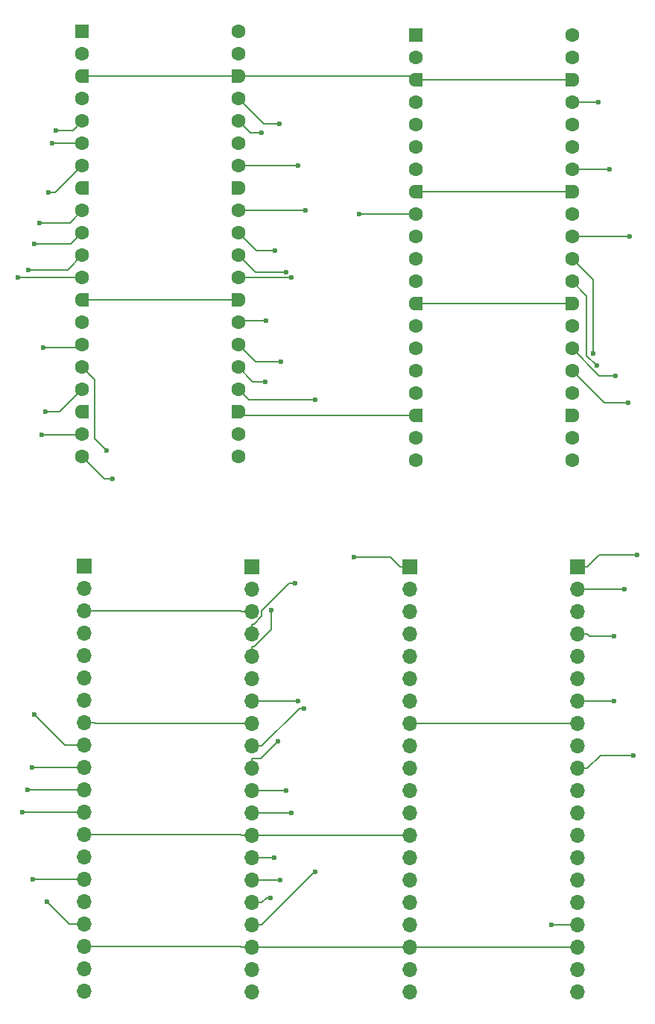
<source format=gbr>
%TF.GenerationSoftware,KiCad,Pcbnew,9.0.0*%
%TF.CreationDate,2025-03-28T14:39:21-04:00*%
%TF.ProjectId,GatorGrid,4761746f-7247-4726-9964-2e6b69636164,rev?*%
%TF.SameCoordinates,Original*%
%TF.FileFunction,Copper,L2,Bot*%
%TF.FilePolarity,Positive*%
%FSLAX46Y46*%
G04 Gerber Fmt 4.6, Leading zero omitted, Abs format (unit mm)*
G04 Created by KiCad (PCBNEW 9.0.0) date 2025-03-28 14:39:21*
%MOMM*%
%LPD*%
G01*
G04 APERTURE LIST*
G04 Aperture macros list*
%AMRoundRect*
0 Rectangle with rounded corners*
0 $1 Rounding radius*
0 $2 $3 $4 $5 $6 $7 $8 $9 X,Y pos of 4 corners*
0 Add a 4 corners polygon primitive as box body*
4,1,4,$2,$3,$4,$5,$6,$7,$8,$9,$2,$3,0*
0 Add four circle primitives for the rounded corners*
1,1,$1+$1,$2,$3*
1,1,$1+$1,$4,$5*
1,1,$1+$1,$6,$7*
1,1,$1+$1,$8,$9*
0 Add four rect primitives between the rounded corners*
20,1,$1+$1,$2,$3,$4,$5,0*
20,1,$1+$1,$4,$5,$6,$7,0*
20,1,$1+$1,$6,$7,$8,$9,0*
20,1,$1+$1,$8,$9,$2,$3,0*%
%AMFreePoly0*
4,1,37,0.000000,0.796148,0.078414,0.796148,0.232228,0.765552,0.377117,0.705537,0.507515,0.618408,0.618408,0.507515,0.705537,0.377117,0.765552,0.232228,0.796148,0.078414,0.796148,-0.078414,0.765552,-0.232228,0.705537,-0.377117,0.618408,-0.507515,0.507515,-0.618408,0.377117,-0.705537,0.232228,-0.765552,0.078414,-0.796148,0.000000,-0.796148,0.000000,-0.800000,-0.600000,-0.800000,
-0.603843,-0.796157,-0.639018,-0.796157,-0.711114,-0.766294,-0.766294,-0.711114,-0.796157,-0.639018,-0.796157,-0.603843,-0.800000,-0.600000,-0.800000,0.600000,-0.796157,0.603843,-0.796157,0.639018,-0.766294,0.711114,-0.711114,0.766294,-0.639018,0.796157,-0.603843,0.796157,-0.600000,0.800000,0.000000,0.800000,0.000000,0.796148,0.000000,0.796148,$1*%
%AMFreePoly1*
4,1,37,0.603843,0.796157,0.639018,0.796157,0.711114,0.766294,0.766294,0.711114,0.796157,0.639018,0.796157,0.603843,0.800000,0.600000,0.800000,-0.600000,0.796157,-0.603843,0.796157,-0.639018,0.766294,-0.711114,0.711114,-0.766294,0.639018,-0.796157,0.603843,-0.796157,0.600000,-0.800000,0.000000,-0.800000,0.000000,-0.796148,-0.078414,-0.796148,-0.232228,-0.765552,-0.377117,-0.705537,
-0.507515,-0.618408,-0.618408,-0.507515,-0.705537,-0.377117,-0.765552,-0.232228,-0.796148,-0.078414,-0.796148,0.078414,-0.765552,0.232228,-0.705537,0.377117,-0.618408,0.507515,-0.507515,0.618408,-0.377117,0.705537,-0.232228,0.765552,-0.078414,0.796148,0.000000,0.796148,0.000000,0.800000,0.600000,0.800000,0.603843,0.796157,0.603843,0.796157,$1*%
G04 Aperture macros list end*
%TA.AperFunction,ComponentPad*%
%ADD10C,1.600000*%
%TD*%
%TA.AperFunction,ComponentPad*%
%ADD11FreePoly0,0.000000*%
%TD*%
%TA.AperFunction,ComponentPad*%
%ADD12FreePoly1,0.000000*%
%TD*%
%TA.AperFunction,ComponentPad*%
%ADD13RoundRect,0.200000X-0.600000X-0.600000X0.600000X-0.600000X0.600000X0.600000X-0.600000X0.600000X0*%
%TD*%
%TA.AperFunction,ComponentPad*%
%ADD14R,1.700000X1.700000*%
%TD*%
%TA.AperFunction,ComponentPad*%
%ADD15O,1.700000X1.700000*%
%TD*%
%TA.AperFunction,ViaPad*%
%ADD16C,0.600000*%
%TD*%
%TA.AperFunction,Conductor*%
%ADD17C,0.200000*%
%TD*%
G04 APERTURE END LIST*
D10*
%TO.P,U1,40,VBUS*%
%TO.N,AVBUS*%
X139000000Y-37300000D03*
%TO.P,U1,39,VSYS*%
%TO.N,AVSYS*%
X139000000Y-39840000D03*
D11*
%TO.P,U1,38,GND*%
%TO.N,GND*%
X139000000Y-42380000D03*
D10*
%TO.P,U1,37,3V3_EN*%
%TO.N,A3V3_EN*%
X139000000Y-44920000D03*
%TO.P,U1,36,3V3_OUT*%
%TO.N,A3V3(OUT)*%
X139000000Y-47460000D03*
%TO.P,U1,35,ADC_VREF*%
%TO.N,AADC_VREF*%
X139000000Y-50000000D03*
%TO.P,U1,34,ADC2_GP28*%
%TO.N,AGP28*%
X139000000Y-52540000D03*
D11*
%TO.P,U1,33,AGND*%
%TO.N,GND*%
X139000000Y-55080000D03*
D10*
%TO.P,U1,32,I2C1_SCL/ADC1/GP27*%
%TO.N,AGP27*%
X139000000Y-57620000D03*
%TO.P,U1,31,I2C1_SDA/ADC0/GP26*%
%TO.N,AGP26*%
X139000000Y-60160000D03*
%TO.P,U1,30,~{RUN}*%
%TO.N,ARUN*%
X139000000Y-62700000D03*
%TO.P,U1,29,GP22*%
%TO.N,AGP22*%
X139000000Y-65240000D03*
D11*
%TO.P,U1,28,GND*%
%TO.N,GND*%
X139000000Y-67780000D03*
D10*
%TO.P,U1,27,12C0_SCL/GP21*%
%TO.N,AGP21*%
X139000000Y-70320000D03*
%TO.P,U1,26,I2C0_SDA/GP20*%
%TO.N,AGP20*%
X139000000Y-72860000D03*
%TO.P,U1,25,I2C1_SCL/SPI0_TX/GP19*%
%TO.N,AGP19*%
X139000000Y-75400000D03*
%TO.P,U1,24,I2C1_SDA/SPI0_SCK/GP18*%
%TO.N,AGP18*%
X139000000Y-77940000D03*
D11*
%TO.P,U1,23,GND*%
%TO.N,GND*%
X139000000Y-80480000D03*
D10*
%TO.P,U1,22,UART0_RX/I2C0_SCL/SPI0_CSN/GP17*%
%TO.N,AGP17*%
X139000000Y-83020000D03*
%TO.P,U1,21,UART0_TX/I2C0_SDA/SPI0_RX/GP16*%
%TO.N,AGP16*%
X139000000Y-85560000D03*
%TO.P,U1,20,I2C1_SCL/SPI1_TX/GP15*%
%TO.N,AGP15*%
X121220000Y-85560000D03*
%TO.P,U1,19,I2C1_SDA/SPI1_SCK/GP14*%
%TO.N,AGP14*%
X121220000Y-83020000D03*
D12*
%TO.P,U1,18,GND*%
%TO.N,GND*%
X121220000Y-80480000D03*
D10*
%TO.P,U1,17,UART0_RX/I2C0_SCL/SPI1_CSN/GP13*%
%TO.N,AGP13*%
X121220000Y-77940000D03*
%TO.P,U1,16,UART0_TX/I2C0_SDA/SPI1_RX/GP12*%
%TO.N,AGP12*%
X121220000Y-75400000D03*
%TO.P,U1,15,I2C1_SCL/SPI1_TX/GP11*%
%TO.N,AGP11*%
X121220000Y-72860000D03*
%TO.P,U1,14,I2C1_SDA/SPI1_SCK/GP10*%
%TO.N,AGP10*%
X121220000Y-70320000D03*
D12*
%TO.P,U1,13,GND*%
%TO.N,GND*%
X121220000Y-67780000D03*
D10*
%TO.P,U1,12,UART1_RX/I2C0_SCL/SPI1_CSN/GP9*%
%TO.N,AGP9*%
X121220000Y-65240000D03*
%TO.P,U1,11,UART1_TX/I2C0_SDA/SPI1_RX/GP8*%
%TO.N,AGP8*%
X121220000Y-62700000D03*
%TO.P,U1,10,I2C1_SCL/SPI0_TX/GP7*%
%TO.N,AGP7*%
X121220000Y-60160000D03*
%TO.P,U1,9,I2C1_SDA/SPI0_SCK/GP6*%
%TO.N,AGP6*%
X121220000Y-57620000D03*
D12*
%TO.P,U1,8,GND*%
%TO.N,GND*%
X121220000Y-55080000D03*
D10*
%TO.P,U1,7,UART1_RX/I2C0_SCL/SPI0_CSN/GP5*%
%TO.N,AGP5*%
X121220000Y-52540000D03*
%TO.P,U1,6,UART1_TX/I2C0_SDA/SPI0_RX/GP4*%
%TO.N,AGP4*%
X121220000Y-50000000D03*
%TO.P,U1,5,I2C1_SCL/SPI0_TX/GP3*%
%TO.N,AGP3*%
X121220000Y-47460000D03*
%TO.P,U1,4,I2C1_SDA/SPI0_SCK/GP2*%
%TO.N,AGP2*%
X121220000Y-44920000D03*
D12*
%TO.P,U1,3,GND*%
%TO.N,GND*%
X121220000Y-42380000D03*
D10*
%TO.P,U1,2,UART0_RX/I2C0_SCL/SPI0_CSN/GP1*%
%TO.N,AGP1*%
X121220000Y-39840000D03*
D13*
%TO.P,U1,1,UART0_TX/I2C0_SDA/SPI0_RX/GP0*%
%TO.N,AGP0*%
X121220000Y-37300000D03*
%TD*%
D14*
%TO.P,J4,1,Pin_1*%
%TO.N,AGP0*%
X121500000Y-97980000D03*
D15*
%TO.P,J4,2,Pin_2*%
%TO.N,AGP1*%
X121500000Y-100520000D03*
%TO.P,J4,3,Pin_3*%
%TO.N,GND*%
X121500000Y-103060000D03*
%TO.P,J4,4,Pin_4*%
%TO.N,AGP2*%
X121500000Y-105600000D03*
%TO.P,J4,5,Pin_5*%
%TO.N,AGP3*%
X121500000Y-108140000D03*
%TO.P,J4,6,Pin_6*%
%TO.N,AGP4*%
X121500000Y-110680000D03*
%TO.P,J4,7,Pin_7*%
%TO.N,AGP5*%
X121500000Y-113220000D03*
%TO.P,J4,8,Pin_8*%
%TO.N,GND*%
X121500000Y-115760000D03*
%TO.P,J4,9,Pin_9*%
%TO.N,AGP6*%
X121500000Y-118300000D03*
%TO.P,J4,10,Pin_10*%
%TO.N,AGP7*%
X121500000Y-120840000D03*
%TO.P,J4,11,Pin_11*%
%TO.N,AGP8*%
X121500000Y-123380000D03*
%TO.P,J4,12,Pin_12*%
%TO.N,AGP9*%
X121500000Y-125920000D03*
%TO.P,J4,13,Pin_13*%
%TO.N,GND*%
X121500000Y-128460000D03*
%TO.P,J4,14,Pin_14*%
%TO.N,AGP10*%
X121500000Y-131000000D03*
%TO.P,J4,15,Pin_15*%
%TO.N,AGP11*%
X121500000Y-133540000D03*
%TO.P,J4,16,Pin_16*%
%TO.N,AGP12*%
X121500000Y-136080000D03*
%TO.P,J4,17,Pin_17*%
%TO.N,AGP13*%
X121500000Y-138620000D03*
%TO.P,J4,18,Pin_18*%
%TO.N,GND*%
X121500000Y-141160000D03*
%TO.P,J4,19,Pin_19*%
%TO.N,AGP14*%
X121500000Y-143700000D03*
%TO.P,J4,20,Pin_20*%
%TO.N,AGP15*%
X121500000Y-146240000D03*
%TD*%
D14*
%TO.P,J7,1,Pin_1*%
%TO.N,AVBUS*%
X140500000Y-98100000D03*
D15*
%TO.P,J7,2,Pin_2*%
%TO.N,AVSYS*%
X140500000Y-100640000D03*
%TO.P,J7,3,Pin_3*%
%TO.N,GND*%
X140500000Y-103180000D03*
%TO.P,J7,4,Pin_4*%
%TO.N,A3V3_EN*%
X140500000Y-105720000D03*
%TO.P,J7,5,Pin_5*%
%TO.N,A3V3(OUT)*%
X140500000Y-108260000D03*
%TO.P,J7,6,Pin_6*%
%TO.N,AADC_VREF*%
X140500000Y-110800000D03*
%TO.P,J7,7,Pin_7*%
%TO.N,AGP28*%
X140500000Y-113340000D03*
%TO.P,J7,8,Pin_8*%
%TO.N,GND*%
X140500000Y-115880000D03*
%TO.P,J7,9,Pin_9*%
%TO.N,AGP27*%
X140500000Y-118420000D03*
%TO.P,J7,10,Pin_10*%
%TO.N,AGP26*%
X140500000Y-120960000D03*
%TO.P,J7,11,Pin_11*%
%TO.N,ARUN*%
X140500000Y-123500000D03*
%TO.P,J7,12,Pin_12*%
%TO.N,AGP22*%
X140500000Y-126040000D03*
%TO.P,J7,13,Pin_13*%
%TO.N,GND*%
X140500000Y-128580000D03*
%TO.P,J7,14,Pin_14*%
%TO.N,AGP21*%
X140500000Y-131120000D03*
%TO.P,J7,15,Pin_15*%
%TO.N,AGP20*%
X140500000Y-133660000D03*
%TO.P,J7,16,Pin_16*%
%TO.N,AGP19*%
X140500000Y-136200000D03*
%TO.P,J7,17,Pin_17*%
%TO.N,AGP18*%
X140500000Y-138740000D03*
%TO.P,J7,18,Pin_18*%
%TO.N,GND*%
X140500000Y-141280000D03*
%TO.P,J7,19,Pin_19*%
%TO.N,AGP17*%
X140500000Y-143820000D03*
%TO.P,J7,20,Pin_20*%
%TO.N,AGP16*%
X140500000Y-146360000D03*
%TD*%
D14*
%TO.P,J8,1,Pin_1*%
%TO.N,BVBUS*%
X177500000Y-98100000D03*
D15*
%TO.P,J8,2,Pin_2*%
%TO.N,BVSYS*%
X177500000Y-100640000D03*
%TO.P,J8,3,Pin_3*%
%TO.N,GND*%
X177500000Y-103180000D03*
%TO.P,J8,4,Pin_4*%
%TO.N,B3V3_EN*%
X177500000Y-105720000D03*
%TO.P,J8,5,Pin_5*%
%TO.N,B3V3(OUT)*%
X177500000Y-108260000D03*
%TO.P,J8,6,Pin_6*%
%TO.N,BADC_VREF*%
X177500000Y-110800000D03*
%TO.P,J8,7,Pin_7*%
%TO.N,BGP28*%
X177500000Y-113340000D03*
%TO.P,J8,8,Pin_8*%
%TO.N,GND*%
X177500000Y-115880000D03*
%TO.P,J8,9,Pin_9*%
%TO.N,BGP27*%
X177500000Y-118420000D03*
%TO.P,J8,10,Pin_10*%
%TO.N,BGP26*%
X177500000Y-120960000D03*
%TO.P,J8,11,Pin_11*%
%TO.N,BRUN*%
X177500000Y-123500000D03*
%TO.P,J8,12,Pin_12*%
%TO.N,BGP22*%
X177500000Y-126040000D03*
%TO.P,J8,13,Pin_13*%
%TO.N,GND*%
X177500000Y-128580000D03*
%TO.P,J8,14,Pin_14*%
%TO.N,BGP21*%
X177500000Y-131120000D03*
%TO.P,J8,15,Pin_15*%
%TO.N,BGP20*%
X177500000Y-133660000D03*
%TO.P,J8,16,Pin_16*%
%TO.N,BGP19*%
X177500000Y-136200000D03*
%TO.P,J8,17,Pin_17*%
%TO.N,BGP18*%
X177500000Y-138740000D03*
%TO.P,J8,18,Pin_18*%
%TO.N,GND*%
X177500000Y-141280000D03*
%TO.P,J8,19,Pin_19*%
%TO.N,BGP17*%
X177500000Y-143820000D03*
%TO.P,J8,20,Pin_20*%
%TO.N,BGP16*%
X177500000Y-146360000D03*
%TD*%
D14*
%TO.P,J6,1,Pin_1*%
%TO.N,BGP0*%
X158500000Y-98100000D03*
D15*
%TO.P,J6,2,Pin_2*%
%TO.N,BGP1*%
X158500000Y-100640000D03*
%TO.P,J6,3,Pin_3*%
%TO.N,GND*%
X158500000Y-103180000D03*
%TO.P,J6,4,Pin_4*%
%TO.N,BGP2*%
X158500000Y-105720000D03*
%TO.P,J6,5,Pin_5*%
%TO.N,BGP3*%
X158500000Y-108260000D03*
%TO.P,J6,6,Pin_6*%
%TO.N,BGP4*%
X158500000Y-110800000D03*
%TO.P,J6,7,Pin_7*%
%TO.N,BGP5*%
X158500000Y-113340000D03*
%TO.P,J6,8,Pin_8*%
%TO.N,GND*%
X158500000Y-115880000D03*
%TO.P,J6,9,Pin_9*%
%TO.N,BGP6*%
X158500000Y-118420000D03*
%TO.P,J6,10,Pin_10*%
%TO.N,BGP7*%
X158500000Y-120960000D03*
%TO.P,J6,11,Pin_11*%
%TO.N,BGP8*%
X158500000Y-123500000D03*
%TO.P,J6,12,Pin_12*%
%TO.N,BGP9*%
X158500000Y-126040000D03*
%TO.P,J6,13,Pin_13*%
%TO.N,GND*%
X158500000Y-128580000D03*
%TO.P,J6,14,Pin_14*%
%TO.N,BGP10*%
X158500000Y-131120000D03*
%TO.P,J6,15,Pin_15*%
%TO.N,BGP11*%
X158500000Y-133660000D03*
%TO.P,J6,16,Pin_16*%
%TO.N,BGP12*%
X158500000Y-136200000D03*
%TO.P,J6,17,Pin_17*%
%TO.N,BGP13*%
X158500000Y-138740000D03*
%TO.P,J6,18,Pin_18*%
%TO.N,GND*%
X158500000Y-141280000D03*
%TO.P,J6,19,Pin_19*%
%TO.N,BGP14*%
X158500000Y-143820000D03*
%TO.P,J6,20,Pin_20*%
%TO.N,BGP15*%
X158500000Y-146360000D03*
%TD*%
D13*
%TO.P,U2,1,UART0_TX/I2C0_SDA/SPI0_RX/GP0*%
%TO.N,BGP0*%
X159110000Y-37682500D03*
D10*
%TO.P,U2,2,UART0_RX/I2C0_SCL/SPI0_CSN/GP1*%
%TO.N,BGP1*%
X159110000Y-40222500D03*
D12*
%TO.P,U2,3,GND*%
%TO.N,GND*%
X159110000Y-42762500D03*
D10*
%TO.P,U2,4,I2C1_SDA/SPI0_SCK/GP2*%
%TO.N,BGP2*%
X159110000Y-45302500D03*
%TO.P,U2,5,I2C1_SCL/SPI0_TX/GP3*%
%TO.N,BGP3*%
X159110000Y-47842500D03*
%TO.P,U2,6,UART1_TX/I2C0_SDA/SPI0_RX/GP4*%
%TO.N,BGP4*%
X159110000Y-50382500D03*
%TO.P,U2,7,UART1_RX/I2C0_SCL/SPI0_CSN/GP5*%
%TO.N,BGP5*%
X159110000Y-52922500D03*
D12*
%TO.P,U2,8,GND*%
%TO.N,GND*%
X159110000Y-55462500D03*
D10*
%TO.P,U2,9,I2C1_SDA/SPI0_SCK/GP6*%
%TO.N,BGP6*%
X159110000Y-58002500D03*
%TO.P,U2,10,I2C1_SCL/SPI0_TX/GP7*%
%TO.N,BGP7*%
X159110000Y-60542500D03*
%TO.P,U2,11,UART1_TX/I2C0_SDA/SPI1_RX/GP8*%
%TO.N,BGP8*%
X159110000Y-63082500D03*
%TO.P,U2,12,UART1_RX/I2C0_SCL/SPI1_CSN/GP9*%
%TO.N,BGP9*%
X159110000Y-65622500D03*
D12*
%TO.P,U2,13,GND*%
%TO.N,GND*%
X159110000Y-68162500D03*
D10*
%TO.P,U2,14,I2C1_SDA/SPI1_SCK/GP10*%
%TO.N,BGP10*%
X159110000Y-70702500D03*
%TO.P,U2,15,I2C1_SCL/SPI1_TX/GP11*%
%TO.N,BGP11*%
X159110000Y-73242500D03*
%TO.P,U2,16,UART0_TX/I2C0_SDA/SPI1_RX/GP12*%
%TO.N,BGP12*%
X159110000Y-75782500D03*
%TO.P,U2,17,UART0_RX/I2C0_SCL/SPI1_CSN/GP13*%
%TO.N,BGP13*%
X159110000Y-78322500D03*
D12*
%TO.P,U2,18,GND*%
%TO.N,GND*%
X159110000Y-80862500D03*
D10*
%TO.P,U2,19,I2C1_SDA/SPI1_SCK/GP14*%
%TO.N,BGP14*%
X159110000Y-83402500D03*
%TO.P,U2,20,I2C1_SCL/SPI1_TX/GP15*%
%TO.N,BGP15*%
X159110000Y-85942500D03*
%TO.P,U2,21,UART0_TX/I2C0_SDA/SPI0_RX/GP16*%
%TO.N,BGP16*%
X176890000Y-85942500D03*
%TO.P,U2,22,UART0_RX/I2C0_SCL/SPI0_CSN/GP17*%
%TO.N,BGP17*%
X176890000Y-83402500D03*
D11*
%TO.P,U2,23,GND*%
%TO.N,GND*%
X176890000Y-80862500D03*
D10*
%TO.P,U2,24,I2C1_SDA/SPI0_SCK/GP18*%
%TO.N,BGP18*%
X176890000Y-78322500D03*
%TO.P,U2,25,I2C1_SCL/SPI0_TX/GP19*%
%TO.N,BGP19*%
X176890000Y-75782500D03*
%TO.P,U2,26,I2C0_SDA/GP20*%
%TO.N,BGP20*%
X176890000Y-73242500D03*
%TO.P,U2,27,12C0_SCL/GP21*%
%TO.N,BGP21*%
X176890000Y-70702500D03*
D11*
%TO.P,U2,28,GND*%
%TO.N,GND*%
X176890000Y-68162500D03*
D10*
%TO.P,U2,29,GP22*%
%TO.N,BGP22*%
X176890000Y-65622500D03*
%TO.P,U2,30,~{RUN}*%
%TO.N,BRUN*%
X176890000Y-63082500D03*
%TO.P,U2,31,I2C1_SDA/ADC0/GP26*%
%TO.N,BGP26*%
X176890000Y-60542500D03*
%TO.P,U2,32,I2C1_SCL/ADC1/GP27*%
%TO.N,BGP27*%
X176890000Y-58002500D03*
D11*
%TO.P,U2,33,AGND*%
%TO.N,GND*%
X176890000Y-55462500D03*
D10*
%TO.P,U2,34,ADC2_GP28*%
%TO.N,BGP28*%
X176890000Y-52922500D03*
%TO.P,U2,35,ADC_VREF*%
%TO.N,BADC_VREF*%
X176890000Y-50382500D03*
%TO.P,U2,36,3V3_OUT*%
%TO.N,B3V3(OUT)*%
X176890000Y-47842500D03*
%TO.P,U2,37,3V3_EN*%
%TO.N,B3V3_EN*%
X176890000Y-45302500D03*
D11*
%TO.P,U2,38,GND*%
%TO.N,GND*%
X176890000Y-42762500D03*
D10*
%TO.P,U2,39,VSYS*%
%TO.N,BVSYS*%
X176890000Y-40222500D03*
%TO.P,U2,40,VBUS*%
%TO.N,BVBUS*%
X176890000Y-37682500D03*
%TD*%
D16*
%TO.N,AGP6*%
X115825000Y-114883000D03*
X116396000Y-59010200D03*
%TO.N,AGP9*%
X114420000Y-125920000D03*
X113976000Y-65240000D03*
%TO.N,AGP14*%
X116603000Y-83060800D03*
%TO.N,AGP11*%
X115625000Y-133540000D03*
X116796000Y-73156900D03*
%TO.N,AGP13*%
X117230000Y-136062000D03*
X117029000Y-80508000D03*
%TO.N,AGP3*%
X118240000Y-48516500D03*
%TO.N,AGP7*%
X115528000Y-120840000D03*
X115792000Y-61393100D03*
%TO.N,AGP15*%
X124694000Y-88058200D03*
%TO.N,AGP8*%
X115023000Y-123380000D03*
X115122000Y-64347200D03*
%TO.N,AGP5*%
X117408000Y-55589500D03*
%TO.N,AGP4*%
X117826000Y-50000000D03*
%TO.N,AGP12*%
X123982000Y-84840800D03*
%TO.N,BGP26*%
X183471400Y-60542500D03*
X183873100Y-119481300D03*
%TO.N,B3V3_EN*%
X179921700Y-45302500D03*
X181664600Y-105921700D03*
%TO.N,BGP20*%
X181853400Y-76371200D03*
%TO.N,BGP22*%
X179720900Y-75228800D03*
%TO.N,BRUN*%
X179319200Y-73898300D03*
%TO.N,BVSYS*%
X182869700Y-100640000D03*
%TO.N,BGP19*%
X183271400Y-79451200D03*
%TO.N,BGP18*%
X174542200Y-138707200D03*
%TO.N,BGP28*%
X181126800Y-52922500D03*
X181664600Y-113340000D03*
%TO.N,BVBUS*%
X184274800Y-96736500D03*
%TO.N,BGP0*%
X152116000Y-96999700D03*
%TO.N,BGP6*%
X152717800Y-58002500D03*
%TO.N,AGP21*%
X143071000Y-131120000D03*
X142170000Y-70175200D03*
%TO.N,AGP26*%
X143509000Y-117863000D03*
X143135000Y-62200100D03*
%TO.N,A3V3_EN*%
X145408000Y-99980200D03*
X143633000Y-47795200D03*
%TO.N,AGP22*%
X145020000Y-126040000D03*
X145006000Y-65240000D03*
%TO.N,AGP18*%
X147748000Y-132734000D03*
X147748000Y-79116700D03*
%TO.N,A3V3(OUT)*%
X142687000Y-102962000D03*
X141581000Y-48804000D03*
%TO.N,AGP28*%
X145796000Y-113340000D03*
X145796000Y-52540000D03*
%TO.N,ARUN*%
X144416000Y-123500000D03*
X144384000Y-64615700D03*
%TO.N,AGP20*%
X143749000Y-133660000D03*
X143782000Y-74768300D03*
%TO.N,AGP27*%
X146411000Y-114127000D03*
X146599000Y-57620000D03*
%TO.N,AGP19*%
X142666000Y-135678000D03*
X142086000Y-77039200D03*
%TD*%
D17*
%TO.N,AGP6*%
X119830000Y-59010200D02*
X116396000Y-59010200D01*
X121220000Y-57620000D02*
X119830000Y-59010200D01*
X119242000Y-118300000D02*
X115825000Y-114883000D01*
X121500000Y-118300000D02*
X119242000Y-118300000D01*
%TO.N,AGP9*%
X121500000Y-125920000D02*
X114420000Y-125920000D01*
X121220000Y-65240000D02*
X113976000Y-65240000D01*
%TO.N,AGP14*%
X121179000Y-83060800D02*
X116603000Y-83060800D01*
X121179200Y-83060800D02*
X121220000Y-83020000D01*
X121179000Y-83060800D02*
X121179200Y-83060800D01*
%TO.N,AGP11*%
X121500000Y-133540000D02*
X115625000Y-133540000D01*
X120923000Y-73156900D02*
X116796000Y-73156900D01*
X120923100Y-73156900D02*
X121220000Y-72860000D01*
X120923000Y-73156900D02*
X120923100Y-73156900D01*
%TO.N,AGP13*%
X118652000Y-80508000D02*
X117029000Y-80508000D01*
X121220000Y-77940000D02*
X118652000Y-80508000D01*
X119789000Y-138620000D02*
X117230000Y-136062000D01*
X121500000Y-138620000D02*
X119789000Y-138620000D01*
%TO.N,AGP3*%
X120164000Y-48516500D02*
X118240000Y-48516500D01*
X121220000Y-47460000D02*
X120164000Y-48516500D01*
%TO.N,AGP7*%
X121500000Y-120840000D02*
X115528000Y-120840000D01*
X119987000Y-61393100D02*
X115792000Y-61393100D01*
X121220000Y-60160000D02*
X119987000Y-61393100D01*
%TO.N,AGP15*%
X123718000Y-88058200D02*
X124694000Y-88058200D01*
X121220000Y-85560000D02*
X123718000Y-88058200D01*
%TO.N,AGP8*%
X119573000Y-64347200D02*
X115122000Y-64347200D01*
X121220000Y-62700000D02*
X119573000Y-64347200D01*
X121500000Y-123380000D02*
X115023000Y-123380000D01*
%TO.N,AGP5*%
X118170000Y-55589500D02*
X117408000Y-55589500D01*
X121220000Y-52540000D02*
X118170000Y-55589500D01*
%TO.N,AGP4*%
X121220000Y-50000000D02*
X117826000Y-50000000D01*
%TO.N,AGP12*%
X122643000Y-83501500D02*
X123982000Y-84840800D01*
X122643000Y-76823000D02*
X122643000Y-83501500D01*
X121220000Y-75400000D02*
X122643000Y-76823000D01*
%TO.N,BGP26*%
X177500000Y-120960000D02*
X178651700Y-120960000D01*
X180130400Y-119481300D02*
X183873100Y-119481300D01*
X178651700Y-120960000D02*
X180130400Y-119481300D01*
X176890000Y-60542500D02*
X183471400Y-60542500D01*
%TO.N,B3V3_EN*%
X177500000Y-105720000D02*
X178651700Y-105720000D01*
X176890000Y-45302500D02*
X179921700Y-45302500D01*
X178853400Y-105921700D02*
X181664600Y-105921700D01*
X178651700Y-105720000D02*
X178853400Y-105921700D01*
%TO.N,BGP20*%
X180012500Y-76371200D02*
X181853400Y-76371200D01*
X176890000Y-73248700D02*
X180012500Y-76371200D01*
X176890000Y-73242500D02*
X176890000Y-73248700D01*
%TO.N,BGP22*%
X178573900Y-74081800D02*
X179720900Y-75228800D01*
X178573900Y-67306400D02*
X178573900Y-74081800D01*
X176890000Y-65622500D02*
X178573900Y-67306400D01*
%TO.N,BRUN*%
X179319200Y-65511700D02*
X179319200Y-73898300D01*
X176890000Y-63082500D02*
X179319200Y-65511700D01*
%TO.N,BVSYS*%
X177500000Y-100640000D02*
X182869700Y-100640000D01*
%TO.N,BGP19*%
X180558700Y-79451200D02*
X183271400Y-79451200D01*
X176890000Y-75782500D02*
X180558700Y-79451200D01*
%TO.N,BGP18*%
X176315500Y-138707200D02*
X176348300Y-138740000D01*
X174542200Y-138707200D02*
X176315500Y-138707200D01*
X177500000Y-138740000D02*
X176348300Y-138740000D01*
%TO.N,BGP28*%
X177500000Y-113340000D02*
X181664600Y-113340000D01*
X176890000Y-52922500D02*
X181126800Y-52922500D01*
%TO.N,BVBUS*%
X177500000Y-98100000D02*
X178651700Y-98100000D01*
X180015200Y-96736500D02*
X184274800Y-96736500D01*
X178651700Y-98100000D02*
X180015200Y-96736500D01*
%TO.N,BGP0*%
X158500000Y-98100000D02*
X157348300Y-98100000D01*
X156248000Y-96999700D02*
X152116000Y-96999700D01*
X157348300Y-98100000D02*
X156248000Y-96999700D01*
%TO.N,BGP6*%
X159110000Y-58002500D02*
X152717800Y-58002500D01*
%TO.N,AGP21*%
X140500000Y-131120000D02*
X143071000Y-131120000D01*
X139145000Y-70175200D02*
X142170000Y-70175200D01*
X139144800Y-70175200D02*
X139000000Y-70320000D01*
X139145000Y-70175200D02*
X139144800Y-70175200D01*
%TO.N,AGP26*%
X141040000Y-62200100D02*
X143135000Y-62200100D01*
X139000000Y-60160000D02*
X141040000Y-62200100D01*
X141564000Y-119808000D02*
X143509000Y-117863000D01*
X140500000Y-119808000D02*
X141564000Y-119808000D01*
X140500000Y-120960000D02*
X140500000Y-119808000D01*
%TO.N,A3V3_EN*%
X141875000Y-47795200D02*
X143633000Y-47795200D01*
X139000000Y-44920000D02*
X141875000Y-47795200D01*
X144778000Y-99980200D02*
X145408000Y-99980200D01*
X141652000Y-103107000D02*
X144778000Y-99980200D01*
X141652000Y-103705000D02*
X141652000Y-103107000D01*
X140788000Y-104568000D02*
X141652000Y-103705000D01*
X140500000Y-104568000D02*
X140788000Y-104568000D01*
X140500000Y-105720000D02*
X140500000Y-104568000D01*
%TO.N,AGP22*%
X139000000Y-65240000D02*
X145006000Y-65240000D01*
X140500000Y-126040000D02*
X145020000Y-126040000D01*
%TO.N,AGP18*%
X140177000Y-79116700D02*
X139000000Y-77940000D01*
X147748000Y-79116700D02*
X140177000Y-79116700D01*
X147658000Y-132734000D02*
X147748000Y-132734000D01*
X141652000Y-138740000D02*
X147658000Y-132734000D01*
X140500000Y-138740000D02*
X141652000Y-138740000D01*
%TO.N,A3V3(OUT)*%
X140344000Y-48804000D02*
X141581000Y-48804000D01*
X139000000Y-47460000D02*
X140344000Y-48804000D01*
X142687000Y-105209000D02*
X142687000Y-102962000D01*
X140788000Y-107108000D02*
X142687000Y-105209000D01*
X140500000Y-107108000D02*
X140788000Y-107108000D01*
X140500000Y-108260000D02*
X140500000Y-107108000D01*
%TO.N,AGP28*%
X140500000Y-113340000D02*
X145796000Y-113340000D01*
X139000000Y-52540000D02*
X145796000Y-52540000D01*
%TO.N,ARUN*%
X140916000Y-64615700D02*
X144384000Y-64615700D01*
X139000000Y-62700000D02*
X140916000Y-64615700D01*
X140500000Y-123500000D02*
X144416000Y-123500000D01*
%TO.N,AGP20*%
X140500000Y-133660000D02*
X143749000Y-133660000D01*
X140908000Y-74768300D02*
X143782000Y-74768300D01*
X139000000Y-72860000D02*
X140908000Y-74768300D01*
%TO.N,AGP27*%
X139000000Y-57620000D02*
X146599000Y-57620000D01*
X145945000Y-114127000D02*
X146411000Y-114127000D01*
X141652000Y-118420000D02*
X145945000Y-114127000D01*
X140500000Y-118420000D02*
X141652000Y-118420000D01*
%TO.N,AGP19*%
X142173000Y-135678000D02*
X142666000Y-135678000D01*
X141652000Y-136200000D02*
X142173000Y-135678000D01*
X140500000Y-136200000D02*
X141652000Y-136200000D01*
X140639000Y-77039200D02*
X142086000Y-77039200D01*
X139000000Y-75400000D02*
X140639000Y-77039200D01*
%TO.N,GND*%
X139228000Y-103060000D02*
X121500000Y-103060000D01*
X139348000Y-103180000D02*
X139228000Y-103060000D01*
X140500000Y-103180000D02*
X139348000Y-103180000D01*
X122772000Y-115880000D02*
X140500000Y-115880000D01*
X122652000Y-115760000D02*
X122772000Y-115880000D01*
X121500000Y-115760000D02*
X122652000Y-115760000D01*
X121220000Y-67780000D02*
X139000000Y-67780000D01*
X121220000Y-42380000D02*
X139000000Y-42380000D01*
X139228000Y-141160000D02*
X121500000Y-141160000D01*
X139348000Y-141280000D02*
X139228000Y-141160000D01*
X140500000Y-141280000D02*
X139348000Y-141280000D01*
X176890000Y-55462500D02*
X159110000Y-55462500D01*
X159110000Y-68162500D02*
X176890000Y-68162500D01*
X159110000Y-42762500D02*
X176890000Y-42762500D01*
X139228000Y-128460000D02*
X121500000Y-128460000D01*
X139348000Y-128580000D02*
X139228000Y-128460000D01*
X140500000Y-128580000D02*
X139348000Y-128580000D01*
X140500000Y-128580000D02*
X158500000Y-128580000D01*
X140500000Y-141280000D02*
X158500000Y-141280000D01*
X158500000Y-141280000D02*
X177500000Y-141280000D01*
X158500000Y-115880000D02*
X177500000Y-115880000D01*
X158727500Y-42380000D02*
X159110000Y-42762500D01*
X139000000Y-42380000D02*
X158727500Y-42380000D01*
X139382500Y-80862500D02*
X139000000Y-80480000D01*
X159110000Y-80862500D02*
X139382500Y-80862500D01*
%TD*%
M02*

</source>
